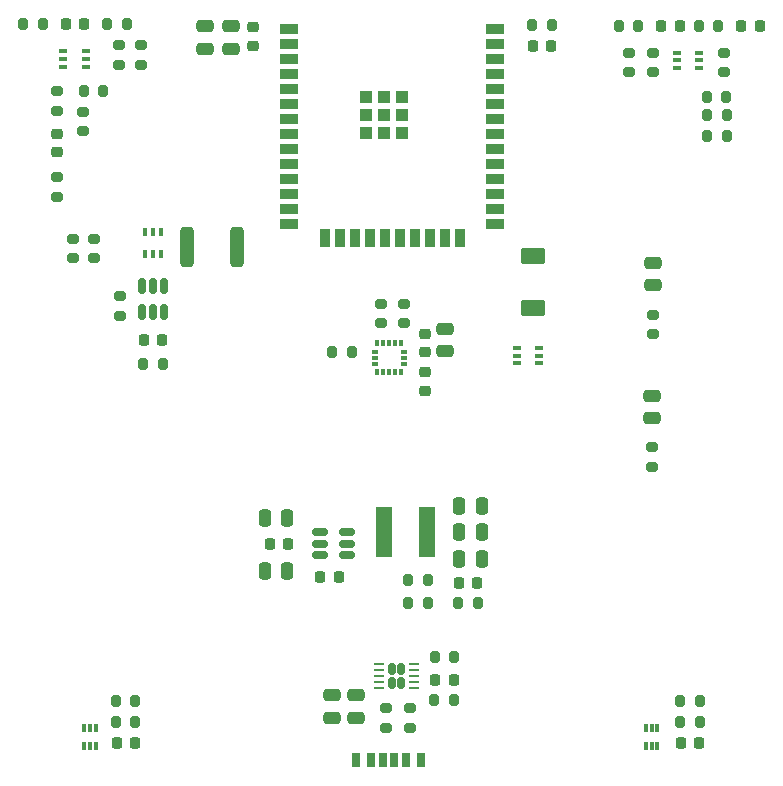
<source format=gtp>
%TF.GenerationSoftware,KiCad,Pcbnew,7.0.5*%
%TF.CreationDate,2023-06-03T10:58:51+02:00*%
%TF.ProjectId,electronix,656c6563-7472-46f6-9e69-782e6b696361,rev?*%
%TF.SameCoordinates,Original*%
%TF.FileFunction,Paste,Top*%
%TF.FilePolarity,Positive*%
%FSLAX46Y46*%
G04 Gerber Fmt 4.6, Leading zero omitted, Abs format (unit mm)*
G04 Created by KiCad (PCBNEW 7.0.5) date 2023-06-03 10:58:51*
%MOMM*%
%LPD*%
G01*
G04 APERTURE LIST*
G04 Aperture macros list*
%AMRoundRect*
0 Rectangle with rounded corners*
0 $1 Rounding radius*
0 $2 $3 $4 $5 $6 $7 $8 $9 X,Y pos of 4 corners*
0 Add a 4 corners polygon primitive as box body*
4,1,4,$2,$3,$4,$5,$6,$7,$8,$9,$2,$3,0*
0 Add four circle primitives for the rounded corners*
1,1,$1+$1,$2,$3*
1,1,$1+$1,$4,$5*
1,1,$1+$1,$6,$7*
1,1,$1+$1,$8,$9*
0 Add four rect primitives between the rounded corners*
20,1,$1+$1,$2,$3,$4,$5,0*
20,1,$1+$1,$4,$5,$6,$7,0*
20,1,$1+$1,$6,$7,$8,$9,0*
20,1,$1+$1,$8,$9,$2,$3,0*%
G04 Aperture macros list end*
%ADD10RoundRect,0.250000X0.475000X-0.250000X0.475000X0.250000X-0.475000X0.250000X-0.475000X-0.250000X0*%
%ADD11RoundRect,0.200000X-0.200000X-0.275000X0.200000X-0.275000X0.200000X0.275000X-0.200000X0.275000X0*%
%ADD12RoundRect,0.225000X0.225000X0.250000X-0.225000X0.250000X-0.225000X-0.250000X0.225000X-0.250000X0*%
%ADD13RoundRect,0.200000X-0.275000X0.200000X-0.275000X-0.200000X0.275000X-0.200000X0.275000X0.200000X0*%
%ADD14RoundRect,0.200000X0.200000X0.275000X-0.200000X0.275000X-0.200000X-0.275000X0.200000X-0.275000X0*%
%ADD15RoundRect,0.225000X0.250000X-0.225000X0.250000X0.225000X-0.250000X0.225000X-0.250000X-0.225000X0*%
%ADD16RoundRect,0.200000X0.275000X-0.200000X0.275000X0.200000X-0.275000X0.200000X-0.275000X-0.200000X0*%
%ADD17RoundRect,0.250000X0.250000X0.475000X-0.250000X0.475000X-0.250000X-0.475000X0.250000X-0.475000X0*%
%ADD18RoundRect,0.250000X-0.250000X-0.475000X0.250000X-0.475000X0.250000X0.475000X-0.250000X0.475000X0*%
%ADD19RoundRect,0.087500X-0.087500X0.187500X-0.087500X-0.187500X0.087500X-0.187500X0.087500X0.187500X0*%
%ADD20RoundRect,0.087500X-0.187500X0.087500X-0.187500X-0.087500X0.187500X-0.087500X0.187500X0.087500X0*%
%ADD21RoundRect,0.150000X-0.150000X0.512500X-0.150000X-0.512500X0.150000X-0.512500X0.150000X0.512500X0*%
%ADD22RoundRect,0.218750X0.218750X0.256250X-0.218750X0.256250X-0.218750X-0.256250X0.218750X-0.256250X0*%
%ADD23RoundRect,0.225000X-0.250000X0.225000X-0.250000X-0.225000X0.250000X-0.225000X0.250000X0.225000X0*%
%ADD24R,0.340000X0.700000*%
%ADD25R,0.650000X0.400000*%
%ADD26RoundRect,0.250000X-0.475000X0.250000X-0.475000X-0.250000X0.475000X-0.250000X0.475000X0.250000X0*%
%ADD27RoundRect,0.250000X-0.312500X-1.450000X0.312500X-1.450000X0.312500X1.450000X-0.312500X1.450000X0*%
%ADD28RoundRect,0.250000X0.800000X-0.450000X0.800000X0.450000X-0.800000X0.450000X-0.800000X-0.450000X0*%
%ADD29R,1.500000X0.900000*%
%ADD30R,0.900000X1.500000*%
%ADD31R,1.050000X1.050000*%
%ADD32RoundRect,0.218750X-0.218750X-0.256250X0.218750X-0.256250X0.218750X0.256250X-0.218750X0.256250X0*%
%ADD33RoundRect,0.150000X0.512500X0.150000X-0.512500X0.150000X-0.512500X-0.150000X0.512500X-0.150000X0*%
%ADD34RoundRect,0.167500X-0.167500X-0.312500X0.167500X-0.312500X0.167500X0.312500X-0.167500X0.312500X0*%
%ADD35RoundRect,0.062500X-0.362500X-0.062500X0.362500X-0.062500X0.362500X0.062500X-0.362500X0.062500X0*%
%ADD36R,0.400000X0.650000*%
%ADD37RoundRect,0.225000X-0.225000X-0.250000X0.225000X-0.250000X0.225000X0.250000X-0.225000X0.250000X0*%
%ADD38R,0.700000X1.200000*%
%ADD39R,0.760000X1.200000*%
%ADD40R,0.800000X1.200000*%
%ADD41R,1.400000X4.200000*%
G04 APERTURE END LIST*
D10*
X115200000Y-77250000D03*
X115200000Y-75350000D03*
X117400000Y-77250000D03*
X117400000Y-75350000D03*
D11*
X109975000Y-103925000D03*
X111625000Y-103925000D03*
D12*
X109275000Y-136000000D03*
X107725000Y-136000000D03*
D13*
X108050000Y-98200000D03*
X108050000Y-99850000D03*
D14*
X136294000Y-132400000D03*
X134644000Y-132400000D03*
D15*
X133825000Y-106175000D03*
X133825000Y-104625000D03*
D13*
X151113561Y-77573455D03*
X151113561Y-79223455D03*
D16*
X153025000Y-112642500D03*
X153025000Y-110992500D03*
D10*
X153117500Y-97267500D03*
X153117500Y-95367500D03*
D17*
X122184000Y-116942000D03*
X120284000Y-116942000D03*
D16*
X109772000Y-78599000D03*
X109772000Y-76949000D03*
D18*
X136759000Y-115942000D03*
X138659000Y-115942000D03*
D15*
X133825000Y-102925000D03*
X133825000Y-101375000D03*
D18*
X136759000Y-120442000D03*
X138659000Y-120442000D03*
D13*
X159127561Y-77573455D03*
X159127561Y-79223455D03*
D16*
X153145561Y-79223455D03*
X153145561Y-77573455D03*
D19*
X131800000Y-102175000D03*
X131300000Y-102175000D03*
X130800000Y-102175000D03*
X130300000Y-102175000D03*
X129800000Y-102175000D03*
D20*
X129575000Y-102900000D03*
X129575000Y-103400000D03*
X129575000Y-103900000D03*
D19*
X129800000Y-104625000D03*
X130300000Y-104625000D03*
X130800000Y-104625000D03*
X131300000Y-104625000D03*
X131800000Y-104625000D03*
D20*
X132025000Y-103900000D03*
X132025000Y-103400000D03*
X132025000Y-102900000D03*
D21*
X111750000Y-97287500D03*
X110800000Y-97287500D03*
X109850000Y-97287500D03*
X109850000Y-99562500D03*
X110800000Y-99562500D03*
X111750000Y-99562500D03*
D11*
X157011561Y-75350455D03*
X158661561Y-75350455D03*
D22*
X138276500Y-122442000D03*
X136701500Y-122442000D03*
D23*
X119250000Y-75425000D03*
X119250000Y-76975000D03*
D24*
X106000000Y-134750000D03*
X105500000Y-134750000D03*
X105000000Y-134750000D03*
X105000000Y-136250000D03*
X105500000Y-136250000D03*
X106000000Y-136250000D03*
D16*
X132531000Y-134721000D03*
X132531000Y-133071000D03*
D25*
X103234000Y-77441000D03*
X103234000Y-78091000D03*
X103234000Y-78741000D03*
X105134000Y-78741000D03*
X105134000Y-78091000D03*
X105134000Y-77441000D03*
D26*
X128009000Y-131992000D03*
X128009000Y-133892000D03*
D11*
X136664000Y-124192000D03*
X138314000Y-124192000D03*
D27*
X113662500Y-94025000D03*
X117937500Y-94025000D03*
D11*
X157699000Y-81317000D03*
X159349000Y-81317000D03*
X157723000Y-84586000D03*
X159373000Y-84586000D03*
D14*
X159373000Y-82884000D03*
X157723000Y-82884000D03*
D10*
X153025000Y-108517500D03*
X153025000Y-106617500D03*
D26*
X135575000Y-100950000D03*
X135575000Y-102850000D03*
D11*
X125975000Y-102900000D03*
X127625000Y-102900000D03*
D13*
X132025000Y-98825000D03*
X132025000Y-100475000D03*
D14*
X106599000Y-80822000D03*
X104949000Y-80822000D03*
D12*
X155402561Y-75350455D03*
X153852561Y-75350455D03*
D28*
X143000000Y-99200000D03*
X143000000Y-94800000D03*
D17*
X122184000Y-121442000D03*
X120284000Y-121442000D03*
D12*
X157050000Y-136000000D03*
X155500000Y-136000000D03*
X162167561Y-75350455D03*
X160617561Y-75350455D03*
D13*
X104900000Y-82575000D03*
X104900000Y-84225000D03*
D11*
X107675000Y-132500000D03*
X109325000Y-132500000D03*
D13*
X107969000Y-76949000D03*
X107969000Y-78599000D03*
D29*
X122296000Y-75531000D03*
X122296000Y-76801000D03*
X122296000Y-78071000D03*
X122296000Y-79341000D03*
X122296000Y-80611000D03*
X122296000Y-81881000D03*
X122296000Y-83151000D03*
X122296000Y-84421000D03*
X122296000Y-85691000D03*
X122296000Y-86961000D03*
X122296000Y-88231000D03*
X122296000Y-89501000D03*
X122296000Y-90771000D03*
X122296000Y-92041000D03*
D30*
X125336000Y-93291000D03*
X126606000Y-93291000D03*
X127876000Y-93291000D03*
X129146000Y-93291000D03*
X130416000Y-93291000D03*
X131686000Y-93291000D03*
X132956000Y-93291000D03*
X134226000Y-93291000D03*
X135496000Y-93291000D03*
X136766000Y-93291000D03*
D29*
X139796000Y-92041000D03*
X139796000Y-90771000D03*
X139796000Y-89501000D03*
X139796000Y-88231000D03*
X139796000Y-86961000D03*
X139796000Y-85691000D03*
X139796000Y-84421000D03*
X139796000Y-83151000D03*
X139796000Y-81881000D03*
X139796000Y-80611000D03*
X139796000Y-79341000D03*
X139796000Y-78071000D03*
X139796000Y-76801000D03*
X139796000Y-75531000D03*
D31*
X128841000Y-81346000D03*
X128841000Y-82871000D03*
X128841000Y-84396000D03*
X130366000Y-81346000D03*
X130366000Y-82871000D03*
X130366000Y-84396000D03*
X131891000Y-81346000D03*
X131891000Y-82871000D03*
X131891000Y-84396000D03*
D11*
X155450000Y-134250000D03*
X157100000Y-134250000D03*
D22*
X144537500Y-77000000D03*
X142962500Y-77000000D03*
D18*
X136759000Y-118192000D03*
X138659000Y-118192000D03*
D16*
X153117500Y-101392500D03*
X153117500Y-99742500D03*
D32*
X134712500Y-130700000D03*
X136287500Y-130700000D03*
D26*
X126009000Y-131992000D03*
X126009000Y-133892000D03*
D25*
X157077561Y-78857455D03*
X157077561Y-78207455D03*
X157077561Y-77557455D03*
X155177561Y-77557455D03*
X155177561Y-78207455D03*
X155177561Y-78857455D03*
X141600000Y-102560000D03*
X141600000Y-103210000D03*
X141600000Y-103860000D03*
X143500000Y-103860000D03*
X143500000Y-103210000D03*
X143500000Y-102560000D03*
D33*
X127209000Y-120092000D03*
X127209000Y-119142000D03*
X127209000Y-118192000D03*
X124934000Y-118192000D03*
X124934000Y-119142000D03*
X124934000Y-120092000D03*
D16*
X130499000Y-134721000D03*
X130499000Y-133071000D03*
D34*
X131009000Y-129752000D03*
X131009000Y-130942000D03*
X131829000Y-129752000D03*
X131829000Y-130942000D03*
D35*
X129969000Y-129347000D03*
X129969000Y-129847000D03*
X129969000Y-130347000D03*
X129969000Y-130847000D03*
X129969000Y-131347000D03*
X132869000Y-131347000D03*
X132869000Y-130847000D03*
X132869000Y-130347000D03*
X132869000Y-129847000D03*
X132869000Y-129347000D03*
D36*
X110150000Y-94625000D03*
X110800000Y-94625000D03*
X111450000Y-94625000D03*
X111450000Y-92725000D03*
X110800000Y-92725000D03*
X110150000Y-92725000D03*
D13*
X102726000Y-88125000D03*
X102726000Y-89775000D03*
D11*
X106951000Y-75122000D03*
X108601000Y-75122000D03*
X132434000Y-124192000D03*
X134084000Y-124192000D03*
D24*
X153525000Y-134750000D03*
X153025000Y-134750000D03*
X152525000Y-134750000D03*
X152525000Y-136250000D03*
X153025000Y-136250000D03*
X153525000Y-136250000D03*
D37*
X120679000Y-119192000D03*
X122229000Y-119192000D03*
D13*
X105800000Y-93325000D03*
X105800000Y-94975000D03*
D14*
X134084000Y-122192000D03*
X132434000Y-122192000D03*
D38*
X130250000Y-137470000D03*
D39*
X132270000Y-137470000D03*
D40*
X133500000Y-137470000D03*
D38*
X131250000Y-137470000D03*
D39*
X129230000Y-137470000D03*
D40*
X128000000Y-137470000D03*
D16*
X104050000Y-94975000D03*
X104050000Y-93325000D03*
D12*
X111575000Y-101925000D03*
X110025000Y-101925000D03*
D16*
X102726000Y-82472000D03*
X102726000Y-80822000D03*
D14*
X151904561Y-75350455D03*
X150254561Y-75350455D03*
D12*
X126525000Y-122000000D03*
X124975000Y-122000000D03*
D11*
X134684000Y-128692000D03*
X136334000Y-128692000D03*
X99839000Y-75122000D03*
X101489000Y-75122000D03*
D41*
X130334000Y-118192000D03*
X134034000Y-118192000D03*
D15*
X102726000Y-85978000D03*
X102726000Y-84428000D03*
D11*
X142925000Y-75250000D03*
X144575000Y-75250000D03*
D13*
X130075000Y-98825000D03*
X130075000Y-100475000D03*
D37*
X103444000Y-75122000D03*
X104994000Y-75122000D03*
D11*
X155450000Y-132500000D03*
X157100000Y-132500000D03*
X107675000Y-134250000D03*
X109325000Y-134250000D03*
M02*

</source>
